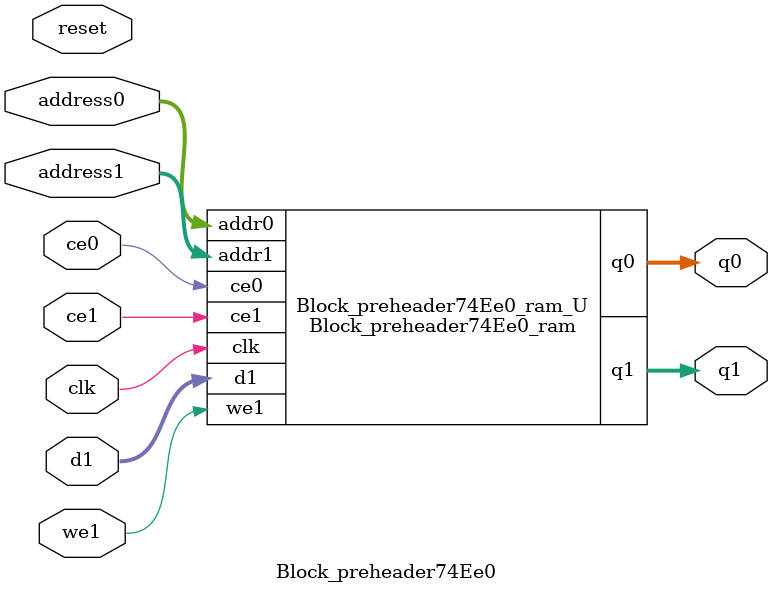
<source format=v>
`timescale 1 ns / 1 ps
module Block_preheader74Ee0_ram (addr0, ce0, q0, addr1, ce1, d1, we1, q1,  clk);

parameter DWIDTH = 5;
parameter AWIDTH = 6;
parameter MEM_SIZE = 48;

input[AWIDTH-1:0] addr0;
input ce0;
output reg[DWIDTH-1:0] q0;
input[AWIDTH-1:0] addr1;
input ce1;
input[DWIDTH-1:0] d1;
input we1;
output reg[DWIDTH-1:0] q1;
input clk;

(* ram_style = "distributed" *)reg [DWIDTH-1:0] ram[0:MEM_SIZE-1];




always @(posedge clk)  
begin 
    if (ce0) begin
        q0 <= ram[addr0];
    end
end


always @(posedge clk)  
begin 
    if (ce1) begin
        if (we1) 
            ram[addr1] <= d1; 
        q1 <= ram[addr1];
    end
end


endmodule

`timescale 1 ns / 1 ps
module Block_preheader74Ee0(
    reset,
    clk,
    address0,
    ce0,
    q0,
    address1,
    ce1,
    we1,
    d1,
    q1);

parameter DataWidth = 32'd5;
parameter AddressRange = 32'd48;
parameter AddressWidth = 32'd6;
input reset;
input clk;
input[AddressWidth - 1:0] address0;
input ce0;
output[DataWidth - 1:0] q0;
input[AddressWidth - 1:0] address1;
input ce1;
input we1;
input[DataWidth - 1:0] d1;
output[DataWidth - 1:0] q1;



Block_preheader74Ee0_ram Block_preheader74Ee0_ram_U(
    .clk( clk ),
    .addr0( address0 ),
    .ce0( ce0 ),
    .q0( q0 ),
    .addr1( address1 ),
    .ce1( ce1 ),
    .we1( we1 ),
    .d1( d1 ),
    .q1( q1 ));

endmodule


</source>
